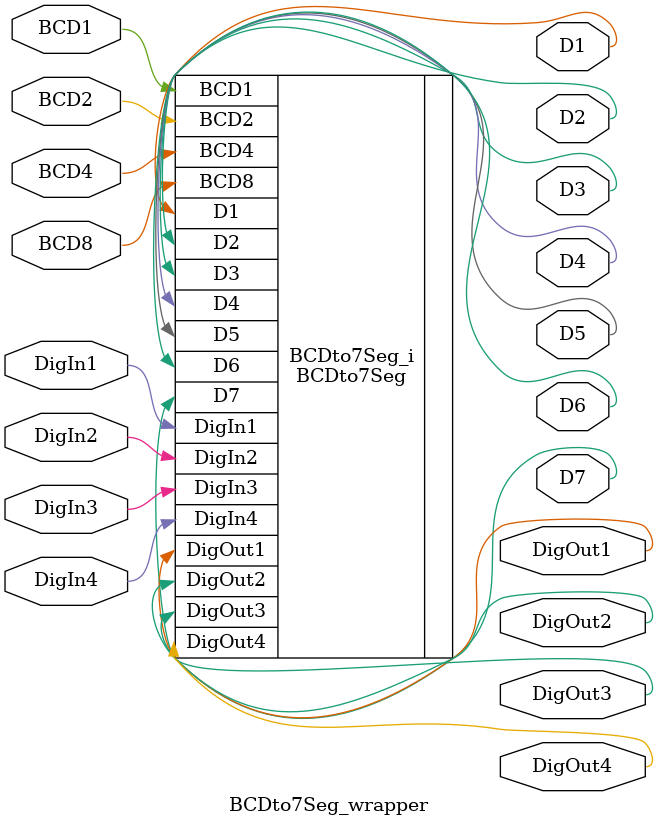
<source format=v>
`timescale 1 ps / 1 ps

module BCDto7Seg_wrapper
   (BCD1,
    BCD2,
    BCD4,
    BCD8,
    D1,
    D2,
    D3,
    D4,
    D5,
    D6,
    D7,
    DigIn1,
    DigIn2,
    DigIn3,
    DigIn4,
    DigOut1,
    DigOut2,
    DigOut3,
    DigOut4);
  input BCD1;
  input BCD2;
  input BCD4;
  input BCD8;
  output D1;
  output D2;
  output D3;
  output D4;
  output D5;
  output D6;
  output D7;
  input DigIn1;
  input DigIn2;
  input DigIn3;
  input DigIn4;
  output DigOut1;
  output DigOut2;
  output DigOut3;
  output DigOut4;

  wire BCD1;
  wire BCD2;
  wire BCD4;
  wire BCD8;
  wire D1;
  wire D2;
  wire D3;
  wire D4;
  wire D5;
  wire D6;
  wire D7;
  wire DigIn1;
  wire DigIn2;
  wire DigIn3;
  wire DigIn4;
  wire DigOut1;
  wire DigOut2;
  wire DigOut3;
  wire DigOut4;

  BCDto7Seg BCDto7Seg_i
       (.BCD1(BCD1),
        .BCD2(BCD2),
        .BCD4(BCD4),
        .BCD8(BCD8),
        .D1(D1),
        .D2(D2),
        .D3(D3),
        .D4(D4),
        .D5(D5),
        .D6(D6),
        .D7(D7),
        .DigIn1(DigIn1),
        .DigIn2(DigIn2),
        .DigIn3(DigIn3),
        .DigIn4(DigIn4),
        .DigOut1(DigOut1),
        .DigOut2(DigOut2),
        .DigOut3(DigOut3),
        .DigOut4(DigOut4));
endmodule

</source>
